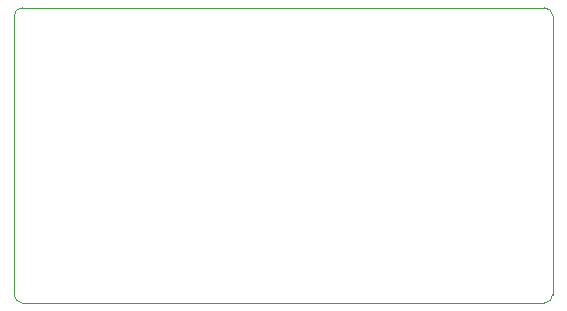
<source format=gm1>
G04 #@! TF.GenerationSoftware,KiCad,Pcbnew,7.0.5-0*
G04 #@! TF.CreationDate,2023-09-26T15:29:12-04:00*
G04 #@! TF.ProjectId,Rudolph_Tracker,5275646f-6c70-4685-9f54-7261636b6572,rev?*
G04 #@! TF.SameCoordinates,Original*
G04 #@! TF.FileFunction,Profile,NP*
%FSLAX46Y46*%
G04 Gerber Fmt 4.6, Leading zero omitted, Abs format (unit mm)*
G04 Created by KiCad (PCBNEW 7.0.5-0) date 2023-09-26 15:29:12*
%MOMM*%
%LPD*%
G01*
G04 APERTURE LIST*
G04 #@! TA.AperFunction,Profile*
%ADD10C,0.100000*%
G04 #@! TD*
G04 APERTURE END LIST*
D10*
X69400000Y-131500000D02*
X69400000Y-107900000D01*
X115000000Y-107900000D02*
X115000000Y-131500000D01*
X114300000Y-132200000D02*
G75*
G03*
X115000000Y-131500000I0J700000D01*
G01*
X114300000Y-132200000D02*
X70100000Y-132200000D01*
X69400000Y-131500000D02*
G75*
G03*
X70100000Y-132200000I700000J0D01*
G01*
X115000000Y-107900000D02*
G75*
G03*
X114300000Y-107200000I-700000J0D01*
G01*
X70100000Y-107200000D02*
G75*
G03*
X69400000Y-107900000I0J-700000D01*
G01*
X70100000Y-107200000D02*
X114300000Y-107200000D01*
M02*

</source>
